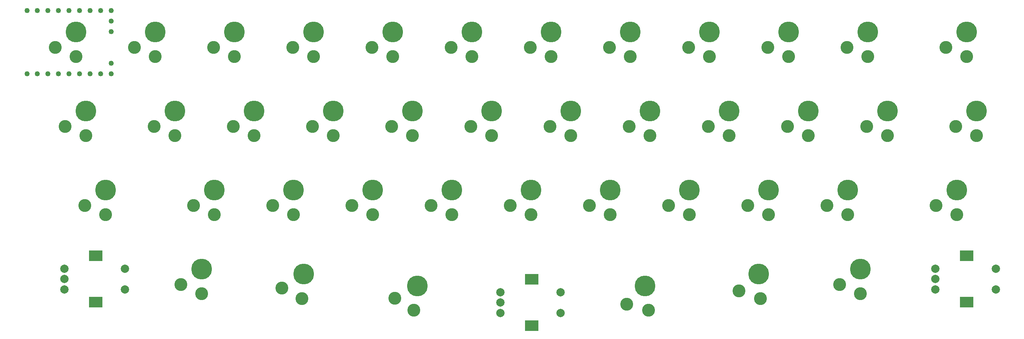
<source format=gbr>
G04 #@! TF.GenerationSoftware,KiCad,Pcbnew,8.0.2-1*
G04 #@! TF.CreationDate,2024-07-03T19:50:58+09:00*
G04 #@! TF.ProjectId,lagoon,6c61676f-6f6e-42e6-9b69-6361645f7063,rev?*
G04 #@! TF.SameCoordinates,Original*
G04 #@! TF.FileFunction,Soldermask,Top*
G04 #@! TF.FilePolarity,Negative*
%FSLAX46Y46*%
G04 Gerber Fmt 4.6, Leading zero omitted, Abs format (unit mm)*
G04 Created by KiCad (PCBNEW 8.0.2-1) date 2024-07-03 19:50:58*
%MOMM*%
%LPD*%
G01*
G04 APERTURE LIST*
%ADD10C,3.100000*%
%ADD11C,5.000000*%
%ADD12C,2.000000*%
%ADD13R,3.200000X2.500000*%
%ADD14C,1.250000*%
G04 APERTURE END LIST*
D10*
X198785436Y-50325033D03*
D11*
X203785436Y-46625033D03*
D10*
X203785436Y-52525033D03*
X74960436Y-69375033D03*
D11*
X79960436Y-65675033D03*
D10*
X79960436Y-71575033D03*
X213072936Y-31275033D03*
D11*
X218072936Y-27575033D03*
D10*
X218072936Y-33475033D03*
X24954236Y-50325033D03*
D11*
X29954236Y-46625033D03*
D10*
X29954236Y-52525033D03*
X174972936Y-31275033D03*
D11*
X179972936Y-27575033D03*
D10*
X179972936Y-33475033D03*
X46385436Y-50325033D03*
D11*
X51385436Y-46625033D03*
D10*
X51385436Y-52525033D03*
X151160436Y-69375033D03*
D11*
X156160436Y-65675033D03*
D10*
X156160436Y-71575033D03*
X217835436Y-50325033D03*
D11*
X222835436Y-46625033D03*
D10*
X222835436Y-52525033D03*
X194022936Y-31275033D03*
D11*
X199022936Y-27575033D03*
D10*
X199022936Y-33475033D03*
X113060436Y-69375033D03*
D11*
X118060436Y-65675033D03*
D10*
X118060436Y-71575033D03*
X239266736Y-50325033D03*
D11*
X244266736Y-46625033D03*
D10*
X244266736Y-52525033D03*
X160091336Y-93160490D03*
D11*
X164527736Y-88800633D03*
D10*
X165348857Y-94643215D03*
X155922936Y-31275033D03*
D11*
X160922936Y-27575033D03*
D10*
X160922936Y-33475033D03*
X141635436Y-50325033D03*
D11*
X146635436Y-46625033D03*
D10*
X146635436Y-52525033D03*
X65435436Y-50325033D03*
D11*
X70435436Y-46625033D03*
D10*
X70435436Y-52525033D03*
X179735436Y-50325033D03*
D11*
X184735436Y-46625033D03*
D10*
X184735436Y-52525033D03*
X187149515Y-89958702D03*
D11*
X191879236Y-85918933D03*
D10*
X192290799Y-91804561D03*
X29716736Y-69375033D03*
D11*
X34716736Y-65675033D03*
D10*
X34716736Y-71575033D03*
D12*
X129722985Y-90270414D03*
X129722985Y-95270414D03*
X129722985Y-92770414D03*
D13*
X137222985Y-87170414D03*
X137222985Y-98370414D03*
D12*
X144222985Y-95270414D03*
X144222985Y-90270414D03*
D10*
X77095817Y-89248038D03*
D11*
X82341736Y-85905833D03*
D10*
X81930173Y-91791461D03*
X132110436Y-69375033D03*
D11*
X137110436Y-65675033D03*
D10*
X137110436Y-71575033D03*
X52824736Y-88425033D03*
D11*
X57824736Y-84725033D03*
D10*
X57824736Y-90625033D03*
X84485436Y-50325033D03*
D11*
X89485436Y-46625033D03*
D10*
X89485436Y-52525033D03*
X94010436Y-69375033D03*
D11*
X99010436Y-65675033D03*
D10*
X99010436Y-71575033D03*
X117822936Y-31275033D03*
D11*
X122822936Y-27575033D03*
D10*
X122822936Y-33475033D03*
X136872936Y-31275033D03*
D11*
X141872936Y-27575033D03*
D10*
X141872936Y-33475033D03*
X55910436Y-69375033D03*
D11*
X60910436Y-65675033D03*
D10*
X60910436Y-71575033D03*
X22572936Y-31275033D03*
D11*
X27572936Y-27575033D03*
D10*
X27572936Y-33475033D03*
D12*
X234385436Y-84606233D03*
X234385436Y-89606233D03*
X234385436Y-87106233D03*
D13*
X241885436Y-81506233D03*
X241885436Y-92706233D03*
D12*
X248885436Y-89606233D03*
X248885436Y-84606233D03*
D10*
X41622936Y-31275033D03*
D11*
X46622936Y-27575033D03*
D10*
X46622936Y-33475033D03*
X236885436Y-31275033D03*
D11*
X241885436Y-27575033D03*
D10*
X241885436Y-33475033D03*
X122585436Y-50325033D03*
D11*
X127585436Y-46625033D03*
D10*
X127585436Y-52525033D03*
X60672936Y-31275033D03*
D11*
X65672936Y-27575033D03*
D10*
X65672936Y-33475033D03*
X160685436Y-50325033D03*
D11*
X165685436Y-46625033D03*
D10*
X165685436Y-52525033D03*
X189260436Y-69375033D03*
D11*
X194260436Y-65675033D03*
D10*
X194260436Y-71575033D03*
X208310436Y-69375033D03*
D11*
X213310436Y-65675033D03*
D10*
X213310436Y-71575033D03*
D12*
X24835436Y-84606233D03*
X24835436Y-89606233D03*
X24835436Y-87106233D03*
D13*
X32335436Y-81506233D03*
X32335436Y-92706233D03*
D12*
X39335436Y-89606233D03*
X39335436Y-84606233D03*
D10*
X234504236Y-69375033D03*
D11*
X239504236Y-65675033D03*
D10*
X239504236Y-71575033D03*
X170210436Y-69375033D03*
D11*
X175210436Y-65675033D03*
D10*
X175210436Y-71575033D03*
X104273055Y-91765459D03*
D11*
X109739336Y-88797333D03*
D10*
X108918215Y-94639915D03*
X103535436Y-50325033D03*
D11*
X108535436Y-46625033D03*
D10*
X108535436Y-52525033D03*
X98772936Y-31275033D03*
D11*
X103772936Y-27575033D03*
D10*
X103772936Y-33475033D03*
X79722936Y-31275033D03*
D11*
X84722936Y-27575033D03*
D10*
X84722936Y-33475033D03*
D14*
X15808236Y-37684667D03*
X18328236Y-37684667D03*
X20868236Y-37684667D03*
X23398236Y-37684667D03*
X25948236Y-37684667D03*
X28488236Y-37684667D03*
X31028236Y-37684667D03*
X33568236Y-37684667D03*
X36108236Y-37684667D03*
X36108236Y-35144667D03*
X36108236Y-27524667D03*
X36108236Y-24984667D03*
X36092577Y-22444667D03*
X33568236Y-22444667D03*
X31028236Y-22444667D03*
X28488236Y-22444667D03*
X25948236Y-22444667D03*
X23408236Y-22444667D03*
X20868236Y-22444667D03*
X18328236Y-22444667D03*
X15808236Y-22444667D03*
D10*
X211365536Y-88425033D03*
D11*
X216365536Y-84725033D03*
D10*
X216365536Y-90625033D03*
M02*

</source>
